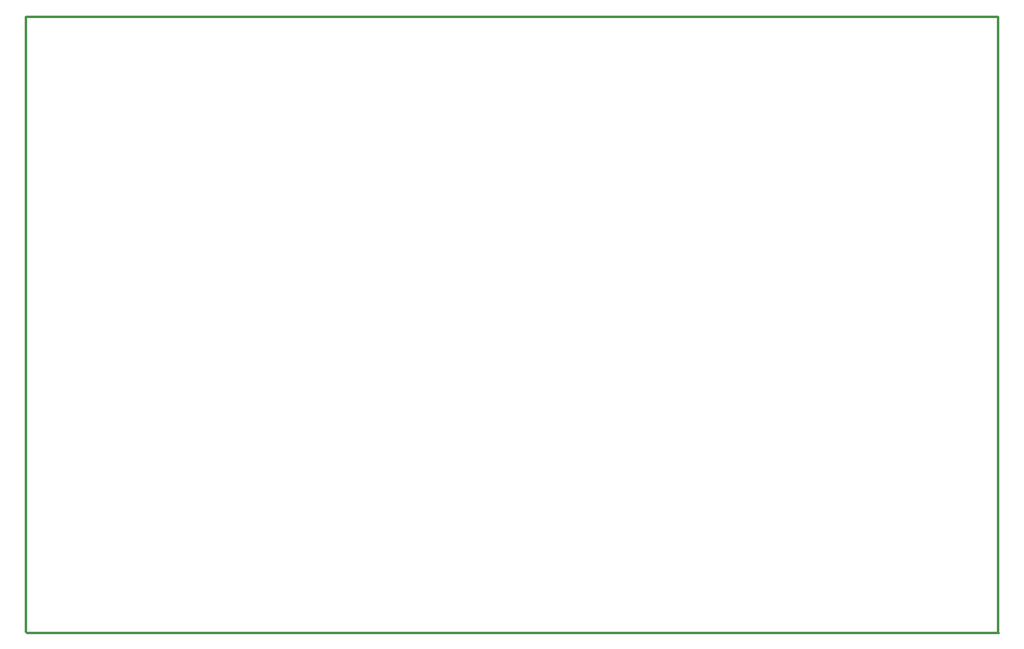
<source format=gko>
G04 Layer: BoardOutline*
G04 EasyEDA v6.4.21, 2021-08-26T11:40:12+07:00*
G04 98b3a99d5edf45cba19c310b5ac684a5,c12403d6b0f2427aab4c21fec57e8719,10*
G04 Gerber Generator version 0.2*
G04 Scale: 100 percent, Rotated: No, Reflected: No *
G04 Dimensions in millimeters *
G04 leading zeros omitted , absolute positions ,4 integer and 5 decimal *
%FSLAX45Y45*%
%MOMM*%

%ADD10C,0.2540*%
D10*
X762000Y6832600D02*
G01*
X10756900Y6832600D01*
X10756900Y508000D01*
X762000Y499998D02*
G01*
X762000Y6832600D01*
X10765797Y495297D02*
G01*
X765799Y495297D01*

%LPD*%
M02*

</source>
